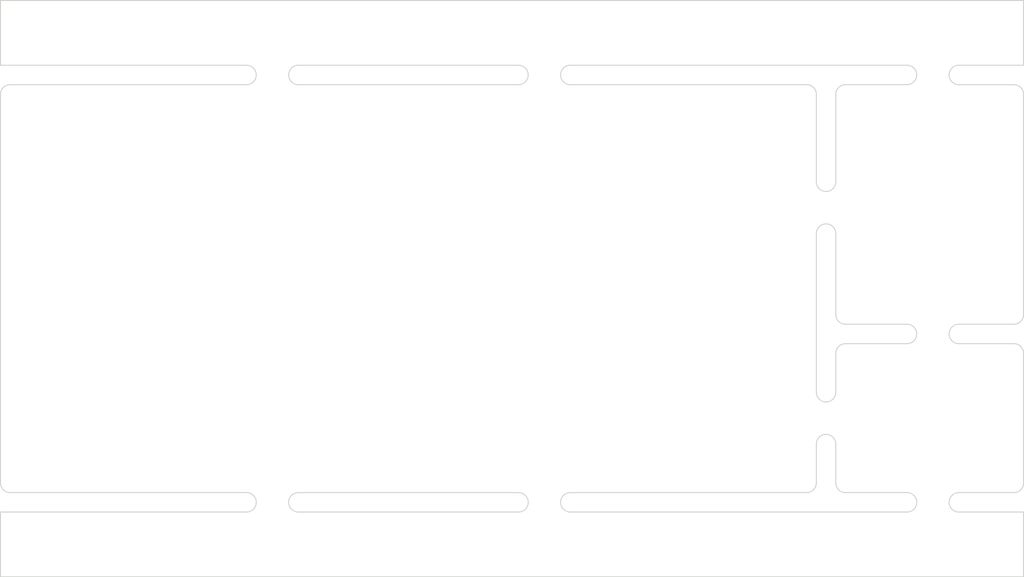
<source format=kicad_pcb>
(kicad_pcb (version 20171130) (host pcbnew "(5.1.6-0-10_14)")

  (general
    (thickness 1.6)
    (drawings 68)
    (tracks 0)
    (zones 0)
    (modules 13)
    (nets 1)
  )

  (page A4)
  (layers
    (0 F.Cu signal)
    (1 GND power)
    (2 PWR power)
    (31 B.Cu signal)
    (32 B.Adhes user)
    (33 F.Adhes user)
    (34 B.Paste user)
    (35 F.Paste user)
    (36 B.SilkS user)
    (37 F.SilkS user)
    (38 B.Mask user)
    (39 F.Mask user)
    (40 Dwgs.User user)
    (41 Cmts.User user)
    (42 Eco1.User user)
    (43 Eco2.User user)
    (44 Edge.Cuts user)
    (45 Margin user)
    (46 B.CrtYd user)
    (47 F.CrtYd user)
    (48 B.Fab user)
    (49 F.Fab user)
  )

  (setup
    (last_trace_width 0.2)
    (trace_clearance 0.2)
    (zone_clearance 0.2032)
    (zone_45_only no)
    (trace_min 0.1524)
    (via_size 0.6)
    (via_drill 0.3)
    (via_min_size 0.5)
    (via_min_drill 0.2)
    (uvia_size 0.3)
    (uvia_drill 0.1)
    (uvias_allowed no)
    (uvia_min_size 0.2)
    (uvia_min_drill 0.1)
    (edge_width 0.15)
    (segment_width 0.2)
    (pcb_text_width 0.125)
    (pcb_text_size 0.5 0.5)
    (mod_edge_width 0.05)
    (mod_text_size 0.6 0.6)
    (mod_text_width 0.125)
    (pad_size 0.6 0.6)
    (pad_drill 0.3)
    (pad_to_mask_clearance 0.045)
    (solder_mask_min_width 0.11)
    (aux_axis_origin 56 50)
    (grid_origin 56 50)
    (visible_elements FFFFF7FF)
    (pcbplotparams
      (layerselection 0x010f8_ffffffff)
      (usegerberextensions true)
      (usegerberattributes false)
      (usegerberadvancedattributes false)
      (creategerberjobfile false)
      (excludeedgelayer true)
      (linewidth 0.100000)
      (plotframeref false)
      (viasonmask false)
      (mode 1)
      (useauxorigin false)
      (hpglpennumber 1)
      (hpglpenspeed 20)
      (hpglpendiameter 15.000000)
      (psnegative false)
      (psa4output false)
      (plotreference true)
      (plotvalue true)
      (plotinvisibletext false)
      (padsonsilk false)
      (subtractmaskfromsilk false)
      (outputformat 1)
      (mirror false)
      (drillshape 0)
      (scaleselection 1)
      (outputdirectory "fab/"))
  )

  (net 0 "")

  (net_class Default "This is the default net class."
    (clearance 0.2)
    (trace_width 0.2)
    (via_dia 0.6)
    (via_drill 0.3)
    (uvia_dia 0.3)
    (uvia_drill 0.1)
  )

  (net_class DISPLAY ""
    (clearance 0.1524)
    (trace_width 0.1524)
    (via_dia 0.508)
    (via_drill 0.254)
    (uvia_dia 0.3)
    (uvia_drill 0.1)
    (diff_pair_width 0.175)
    (diff_pair_gap 0.1524)
  )

  (net_class POWER ""
    (clearance 0.2)
    (trace_width 0.25)
    (via_dia 0.6)
    (via_drill 0.3)
    (uvia_dia 0.3)
    (uvia_drill 0.1)
  )

  (module panelization:mouse-bite-3mm-slot (layer F.Cu) (tedit 60116438) (tstamp 6011C3B2)
    (at 183.5 114.5 90)
    (fp_text reference REF** (at 0 2.35 90) (layer F.SilkS) hide
      (effects (font (size 1 1) (thickness 0.2)))
    )
    (fp_text value mouse-bite-3mm-slot (at 0 -2.3 90) (layer F.Fab)
      (effects (font (size 1 1) (thickness 0.2)))
    )
    (fp_arc (start 4 0) (end 4 -1.5) (angle -180) (layer Dwgs.User) (width 0.15))
    (fp_arc (start -4 0) (end -4 1.5) (angle -180) (layer Dwgs.User) (width 0.15))
    (pad "" np_thru_hole circle (at 0.75 1.25 90) (size 0.5 0.5) (drill 0.5) (layers *.Cu *.Mask))
    (pad "" np_thru_hole circle (at -0.75 1.25 90) (size 0.5 0.5) (drill 0.5) (layers *.Cu *.Mask))
    (pad "" np_thru_hole circle (at -0.75 -1.25 90) (size 0.5 0.5) (drill 0.5) (layers *.Cu *.Mask))
    (pad "" np_thru_hole circle (at 0.75 -1.25 90) (size 0.5 0.5) (drill 0.5) (layers *.Cu *.Mask))
    (pad "" np_thru_hole circle (at 0 1.25 90) (size 0.5 0.5) (drill 0.5) (layers *.Cu *.Mask))
    (pad "" np_thru_hole circle (at 0 -1.25 90) (size 0.5 0.5) (drill 0.5) (layers *.Cu *.Mask))
    (pad "" np_thru_hole circle (at -1.5 1.25 90) (size 0.5 0.5) (drill 0.5) (layers *.Cu *.Mask))
    (pad "" np_thru_hole circle (at -2.25 1.25 90) (size 0.5 0.5) (drill 0.5) (layers *.Cu *.Mask))
    (pad "" np_thru_hole circle (at 1.5 1.25 90) (size 0.5 0.5) (drill 0.5) (layers *.Cu *.Mask))
    (pad "" np_thru_hole circle (at 2.25 1.25 90) (size 0.5 0.5) (drill 0.5) (layers *.Cu *.Mask))
    (pad "" np_thru_hole circle (at 1.5 -1.25 90) (size 0.5 0.5) (drill 0.5) (layers *.Cu *.Mask))
    (pad "" np_thru_hole circle (at 2.25 -1.25 90) (size 0.5 0.5) (drill 0.5) (layers *.Cu *.Mask))
    (pad "" np_thru_hole circle (at -2.25 -1.25 90) (size 0.5 0.5) (drill 0.5) (layers *.Cu *.Mask))
    (pad "" np_thru_hole circle (at -1.5 -1.25 90) (size 0.5 0.5) (drill 0.5) (layers *.Cu *.Mask))
  )

  (module panelization:mouse-bite-3mm-slot (layer F.Cu) (tedit 60116438) (tstamp 6011C3B2)
    (at 183.5 82 90)
    (fp_text reference REF** (at 0 2.35 90) (layer F.SilkS) hide
      (effects (font (size 1 1) (thickness 0.2)))
    )
    (fp_text value mouse-bite-3mm-slot (at 0 -2.3 90) (layer F.Fab)
      (effects (font (size 1 1) (thickness 0.2)))
    )
    (fp_arc (start 4 0) (end 4 -1.5) (angle -180) (layer Dwgs.User) (width 0.15))
    (fp_arc (start -4 0) (end -4 1.5) (angle -180) (layer Dwgs.User) (width 0.15))
    (pad "" np_thru_hole circle (at 0.75 1.25 90) (size 0.5 0.5) (drill 0.5) (layers *.Cu *.Mask))
    (pad "" np_thru_hole circle (at -0.75 1.25 90) (size 0.5 0.5) (drill 0.5) (layers *.Cu *.Mask))
    (pad "" np_thru_hole circle (at -0.75 -1.25 90) (size 0.5 0.5) (drill 0.5) (layers *.Cu *.Mask))
    (pad "" np_thru_hole circle (at 0.75 -1.25 90) (size 0.5 0.5) (drill 0.5) (layers *.Cu *.Mask))
    (pad "" np_thru_hole circle (at 0 1.25 90) (size 0.5 0.5) (drill 0.5) (layers *.Cu *.Mask))
    (pad "" np_thru_hole circle (at 0 -1.25 90) (size 0.5 0.5) (drill 0.5) (layers *.Cu *.Mask))
    (pad "" np_thru_hole circle (at -1.5 1.25 90) (size 0.5 0.5) (drill 0.5) (layers *.Cu *.Mask))
    (pad "" np_thru_hole circle (at -2.25 1.25 90) (size 0.5 0.5) (drill 0.5) (layers *.Cu *.Mask))
    (pad "" np_thru_hole circle (at 1.5 1.25 90) (size 0.5 0.5) (drill 0.5) (layers *.Cu *.Mask))
    (pad "" np_thru_hole circle (at 2.25 1.25 90) (size 0.5 0.5) (drill 0.5) (layers *.Cu *.Mask))
    (pad "" np_thru_hole circle (at 1.5 -1.25 90) (size 0.5 0.5) (drill 0.5) (layers *.Cu *.Mask))
    (pad "" np_thru_hole circle (at 2.25 -1.25 90) (size 0.5 0.5) (drill 0.5) (layers *.Cu *.Mask))
    (pad "" np_thru_hole circle (at -2.25 -1.25 90) (size 0.5 0.5) (drill 0.5) (layers *.Cu *.Mask))
    (pad "" np_thru_hole circle (at -1.5 -1.25 90) (size 0.5 0.5) (drill 0.5) (layers *.Cu *.Mask))
  )

  (module panelization:mouse-bite-3mm-slot (layer F.Cu) (tedit 60116438) (tstamp 6011C3B2)
    (at 98 127.5)
    (fp_text reference REF** (at 0 2.35) (layer F.SilkS) hide
      (effects (font (size 1 1) (thickness 0.2)))
    )
    (fp_text value mouse-bite-3mm-slot (at 0 -2.3) (layer F.Fab)
      (effects (font (size 1 1) (thickness 0.2)))
    )
    (fp_arc (start 4 0) (end 4 -1.5) (angle -180) (layer Dwgs.User) (width 0.15))
    (fp_arc (start -4 0) (end -4 1.5) (angle -180) (layer Dwgs.User) (width 0.15))
    (pad "" np_thru_hole circle (at 0.75 1.25) (size 0.5 0.5) (drill 0.5) (layers *.Cu *.Mask))
    (pad "" np_thru_hole circle (at -0.75 1.25) (size 0.5 0.5) (drill 0.5) (layers *.Cu *.Mask))
    (pad "" np_thru_hole circle (at -0.75 -1.25) (size 0.5 0.5) (drill 0.5) (layers *.Cu *.Mask))
    (pad "" np_thru_hole circle (at 0.75 -1.25) (size 0.5 0.5) (drill 0.5) (layers *.Cu *.Mask))
    (pad "" np_thru_hole circle (at 0 1.25) (size 0.5 0.5) (drill 0.5) (layers *.Cu *.Mask))
    (pad "" np_thru_hole circle (at 0 -1.25) (size 0.5 0.5) (drill 0.5) (layers *.Cu *.Mask))
    (pad "" np_thru_hole circle (at -1.5 1.25) (size 0.5 0.5) (drill 0.5) (layers *.Cu *.Mask))
    (pad "" np_thru_hole circle (at -2.25 1.25) (size 0.5 0.5) (drill 0.5) (layers *.Cu *.Mask))
    (pad "" np_thru_hole circle (at 1.5 1.25) (size 0.5 0.5) (drill 0.5) (layers *.Cu *.Mask))
    (pad "" np_thru_hole circle (at 2.25 1.25) (size 0.5 0.5) (drill 0.5) (layers *.Cu *.Mask))
    (pad "" np_thru_hole circle (at 1.5 -1.25) (size 0.5 0.5) (drill 0.5) (layers *.Cu *.Mask))
    (pad "" np_thru_hole circle (at 2.25 -1.25) (size 0.5 0.5) (drill 0.5) (layers *.Cu *.Mask))
    (pad "" np_thru_hole circle (at -2.25 -1.25) (size 0.5 0.5) (drill 0.5) (layers *.Cu *.Mask))
    (pad "" np_thru_hole circle (at -1.5 -1.25) (size 0.5 0.5) (drill 0.5) (layers *.Cu *.Mask))
  )

  (module panelization:mouse-bite-3mm-slot (layer F.Cu) (tedit 60116438) (tstamp 6011C3B2)
    (at 140 127.5)
    (fp_text reference REF** (at 0 2.35) (layer F.SilkS) hide
      (effects (font (size 1 1) (thickness 0.2)))
    )
    (fp_text value mouse-bite-3mm-slot (at 0 -2.3) (layer F.Fab)
      (effects (font (size 1 1) (thickness 0.2)))
    )
    (fp_arc (start 4 0) (end 4 -1.5) (angle -180) (layer Dwgs.User) (width 0.15))
    (fp_arc (start -4 0) (end -4 1.5) (angle -180) (layer Dwgs.User) (width 0.15))
    (pad "" np_thru_hole circle (at 0.75 1.25) (size 0.5 0.5) (drill 0.5) (layers *.Cu *.Mask))
    (pad "" np_thru_hole circle (at -0.75 1.25) (size 0.5 0.5) (drill 0.5) (layers *.Cu *.Mask))
    (pad "" np_thru_hole circle (at -0.75 -1.25) (size 0.5 0.5) (drill 0.5) (layers *.Cu *.Mask))
    (pad "" np_thru_hole circle (at 0.75 -1.25) (size 0.5 0.5) (drill 0.5) (layers *.Cu *.Mask))
    (pad "" np_thru_hole circle (at 0 1.25) (size 0.5 0.5) (drill 0.5) (layers *.Cu *.Mask))
    (pad "" np_thru_hole circle (at 0 -1.25) (size 0.5 0.5) (drill 0.5) (layers *.Cu *.Mask))
    (pad "" np_thru_hole circle (at -1.5 1.25) (size 0.5 0.5) (drill 0.5) (layers *.Cu *.Mask))
    (pad "" np_thru_hole circle (at -2.25 1.25) (size 0.5 0.5) (drill 0.5) (layers *.Cu *.Mask))
    (pad "" np_thru_hole circle (at 1.5 1.25) (size 0.5 0.5) (drill 0.5) (layers *.Cu *.Mask))
    (pad "" np_thru_hole circle (at 2.25 1.25) (size 0.5 0.5) (drill 0.5) (layers *.Cu *.Mask))
    (pad "" np_thru_hole circle (at 1.5 -1.25) (size 0.5 0.5) (drill 0.5) (layers *.Cu *.Mask))
    (pad "" np_thru_hole circle (at 2.25 -1.25) (size 0.5 0.5) (drill 0.5) (layers *.Cu *.Mask))
    (pad "" np_thru_hole circle (at -2.25 -1.25) (size 0.5 0.5) (drill 0.5) (layers *.Cu *.Mask))
    (pad "" np_thru_hole circle (at -1.5 -1.25) (size 0.5 0.5) (drill 0.5) (layers *.Cu *.Mask))
  )

  (module panelization:mouse-bite-3mm-slot (layer F.Cu) (tedit 60116438) (tstamp 6011C3B2)
    (at 200 127.5)
    (fp_text reference REF** (at 0 2.35) (layer F.SilkS) hide
      (effects (font (size 1 1) (thickness 0.2)))
    )
    (fp_text value mouse-bite-3mm-slot (at 0 -2.3) (layer F.Fab)
      (effects (font (size 1 1) (thickness 0.2)))
    )
    (fp_arc (start 4 0) (end 4 -1.5) (angle -180) (layer Dwgs.User) (width 0.15))
    (fp_arc (start -4 0) (end -4 1.5) (angle -180) (layer Dwgs.User) (width 0.15))
    (pad "" np_thru_hole circle (at 0.75 1.25) (size 0.5 0.5) (drill 0.5) (layers *.Cu *.Mask))
    (pad "" np_thru_hole circle (at -0.75 1.25) (size 0.5 0.5) (drill 0.5) (layers *.Cu *.Mask))
    (pad "" np_thru_hole circle (at -0.75 -1.25) (size 0.5 0.5) (drill 0.5) (layers *.Cu *.Mask))
    (pad "" np_thru_hole circle (at 0.75 -1.25) (size 0.5 0.5) (drill 0.5) (layers *.Cu *.Mask))
    (pad "" np_thru_hole circle (at 0 1.25) (size 0.5 0.5) (drill 0.5) (layers *.Cu *.Mask))
    (pad "" np_thru_hole circle (at 0 -1.25) (size 0.5 0.5) (drill 0.5) (layers *.Cu *.Mask))
    (pad "" np_thru_hole circle (at -1.5 1.25) (size 0.5 0.5) (drill 0.5) (layers *.Cu *.Mask))
    (pad "" np_thru_hole circle (at -2.25 1.25) (size 0.5 0.5) (drill 0.5) (layers *.Cu *.Mask))
    (pad "" np_thru_hole circle (at 1.5 1.25) (size 0.5 0.5) (drill 0.5) (layers *.Cu *.Mask))
    (pad "" np_thru_hole circle (at 2.25 1.25) (size 0.5 0.5) (drill 0.5) (layers *.Cu *.Mask))
    (pad "" np_thru_hole circle (at 1.5 -1.25) (size 0.5 0.5) (drill 0.5) (layers *.Cu *.Mask))
    (pad "" np_thru_hole circle (at 2.25 -1.25) (size 0.5 0.5) (drill 0.5) (layers *.Cu *.Mask))
    (pad "" np_thru_hole circle (at -2.25 -1.25) (size 0.5 0.5) (drill 0.5) (layers *.Cu *.Mask))
    (pad "" np_thru_hole circle (at -1.5 -1.25) (size 0.5 0.5) (drill 0.5) (layers *.Cu *.Mask))
  )

  (module panelization:mouse-bite-3mm-slot (layer F.Cu) (tedit 60116438) (tstamp 6011C3B2)
    (at 200 101.5)
    (fp_text reference REF** (at 0 2.35) (layer F.SilkS) hide
      (effects (font (size 1 1) (thickness 0.2)))
    )
    (fp_text value mouse-bite-3mm-slot (at 0 -2.3) (layer F.Fab)
      (effects (font (size 1 1) (thickness 0.2)))
    )
    (fp_arc (start 4 0) (end 4 -1.5) (angle -180) (layer Dwgs.User) (width 0.15))
    (fp_arc (start -4 0) (end -4 1.5) (angle -180) (layer Dwgs.User) (width 0.15))
    (pad "" np_thru_hole circle (at 0.75 1.25) (size 0.5 0.5) (drill 0.5) (layers *.Cu *.Mask))
    (pad "" np_thru_hole circle (at -0.75 1.25) (size 0.5 0.5) (drill 0.5) (layers *.Cu *.Mask))
    (pad "" np_thru_hole circle (at -0.75 -1.25) (size 0.5 0.5) (drill 0.5) (layers *.Cu *.Mask))
    (pad "" np_thru_hole circle (at 0.75 -1.25) (size 0.5 0.5) (drill 0.5) (layers *.Cu *.Mask))
    (pad "" np_thru_hole circle (at 0 1.25) (size 0.5 0.5) (drill 0.5) (layers *.Cu *.Mask))
    (pad "" np_thru_hole circle (at 0 -1.25) (size 0.5 0.5) (drill 0.5) (layers *.Cu *.Mask))
    (pad "" np_thru_hole circle (at -1.5 1.25) (size 0.5 0.5) (drill 0.5) (layers *.Cu *.Mask))
    (pad "" np_thru_hole circle (at -2.25 1.25) (size 0.5 0.5) (drill 0.5) (layers *.Cu *.Mask))
    (pad "" np_thru_hole circle (at 1.5 1.25) (size 0.5 0.5) (drill 0.5) (layers *.Cu *.Mask))
    (pad "" np_thru_hole circle (at 2.25 1.25) (size 0.5 0.5) (drill 0.5) (layers *.Cu *.Mask))
    (pad "" np_thru_hole circle (at 1.5 -1.25) (size 0.5 0.5) (drill 0.5) (layers *.Cu *.Mask))
    (pad "" np_thru_hole circle (at 2.25 -1.25) (size 0.5 0.5) (drill 0.5) (layers *.Cu *.Mask))
    (pad "" np_thru_hole circle (at -2.25 -1.25) (size 0.5 0.5) (drill 0.5) (layers *.Cu *.Mask))
    (pad "" np_thru_hole circle (at -1.5 -1.25) (size 0.5 0.5) (drill 0.5) (layers *.Cu *.Mask))
  )

  (module panelization:mouse-bite-3mm-slot (layer F.Cu) (tedit 60116438) (tstamp 6011C3B2)
    (at 200 61.5)
    (fp_text reference REF** (at 0 2.35) (layer F.SilkS) hide
      (effects (font (size 1 1) (thickness 0.2)))
    )
    (fp_text value mouse-bite-3mm-slot (at 0 -2.3) (layer F.Fab)
      (effects (font (size 1 1) (thickness 0.2)))
    )
    (fp_arc (start 4 0) (end 4 -1.5) (angle -180) (layer Dwgs.User) (width 0.15))
    (fp_arc (start -4 0) (end -4 1.5) (angle -180) (layer Dwgs.User) (width 0.15))
    (pad "" np_thru_hole circle (at 0.75 1.25) (size 0.5 0.5) (drill 0.5) (layers *.Cu *.Mask))
    (pad "" np_thru_hole circle (at -0.75 1.25) (size 0.5 0.5) (drill 0.5) (layers *.Cu *.Mask))
    (pad "" np_thru_hole circle (at -0.75 -1.25) (size 0.5 0.5) (drill 0.5) (layers *.Cu *.Mask))
    (pad "" np_thru_hole circle (at 0.75 -1.25) (size 0.5 0.5) (drill 0.5) (layers *.Cu *.Mask))
    (pad "" np_thru_hole circle (at 0 1.25) (size 0.5 0.5) (drill 0.5) (layers *.Cu *.Mask))
    (pad "" np_thru_hole circle (at 0 -1.25) (size 0.5 0.5) (drill 0.5) (layers *.Cu *.Mask))
    (pad "" np_thru_hole circle (at -1.5 1.25) (size 0.5 0.5) (drill 0.5) (layers *.Cu *.Mask))
    (pad "" np_thru_hole circle (at -2.25 1.25) (size 0.5 0.5) (drill 0.5) (layers *.Cu *.Mask))
    (pad "" np_thru_hole circle (at 1.5 1.25) (size 0.5 0.5) (drill 0.5) (layers *.Cu *.Mask))
    (pad "" np_thru_hole circle (at 2.25 1.25) (size 0.5 0.5) (drill 0.5) (layers *.Cu *.Mask))
    (pad "" np_thru_hole circle (at 1.5 -1.25) (size 0.5 0.5) (drill 0.5) (layers *.Cu *.Mask))
    (pad "" np_thru_hole circle (at 2.25 -1.25) (size 0.5 0.5) (drill 0.5) (layers *.Cu *.Mask))
    (pad "" np_thru_hole circle (at -2.25 -1.25) (size 0.5 0.5) (drill 0.5) (layers *.Cu *.Mask))
    (pad "" np_thru_hole circle (at -1.5 -1.25) (size 0.5 0.5) (drill 0.5) (layers *.Cu *.Mask))
  )

  (module panelization:mouse-bite-3mm-slot (layer F.Cu) (tedit 60116438) (tstamp 6011C3B2)
    (at 140 61.5)
    (fp_text reference REF** (at 0 2.35) (layer F.SilkS) hide
      (effects (font (size 1 1) (thickness 0.2)))
    )
    (fp_text value mouse-bite-3mm-slot (at 0 -2.3) (layer F.Fab)
      (effects (font (size 1 1) (thickness 0.2)))
    )
    (fp_arc (start 4 0) (end 4 -1.5) (angle -180) (layer Dwgs.User) (width 0.15))
    (fp_arc (start -4 0) (end -4 1.5) (angle -180) (layer Dwgs.User) (width 0.15))
    (pad "" np_thru_hole circle (at 0.75 1.25) (size 0.5 0.5) (drill 0.5) (layers *.Cu *.Mask))
    (pad "" np_thru_hole circle (at -0.75 1.25) (size 0.5 0.5) (drill 0.5) (layers *.Cu *.Mask))
    (pad "" np_thru_hole circle (at -0.75 -1.25) (size 0.5 0.5) (drill 0.5) (layers *.Cu *.Mask))
    (pad "" np_thru_hole circle (at 0.75 -1.25) (size 0.5 0.5) (drill 0.5) (layers *.Cu *.Mask))
    (pad "" np_thru_hole circle (at 0 1.25) (size 0.5 0.5) (drill 0.5) (layers *.Cu *.Mask))
    (pad "" np_thru_hole circle (at 0 -1.25) (size 0.5 0.5) (drill 0.5) (layers *.Cu *.Mask))
    (pad "" np_thru_hole circle (at -1.5 1.25) (size 0.5 0.5) (drill 0.5) (layers *.Cu *.Mask))
    (pad "" np_thru_hole circle (at -2.25 1.25) (size 0.5 0.5) (drill 0.5) (layers *.Cu *.Mask))
    (pad "" np_thru_hole circle (at 1.5 1.25) (size 0.5 0.5) (drill 0.5) (layers *.Cu *.Mask))
    (pad "" np_thru_hole circle (at 2.25 1.25) (size 0.5 0.5) (drill 0.5) (layers *.Cu *.Mask))
    (pad "" np_thru_hole circle (at 1.5 -1.25) (size 0.5 0.5) (drill 0.5) (layers *.Cu *.Mask))
    (pad "" np_thru_hole circle (at 2.25 -1.25) (size 0.5 0.5) (drill 0.5) (layers *.Cu *.Mask))
    (pad "" np_thru_hole circle (at -2.25 -1.25) (size 0.5 0.5) (drill 0.5) (layers *.Cu *.Mask))
    (pad "" np_thru_hole circle (at -1.5 -1.25) (size 0.5 0.5) (drill 0.5) (layers *.Cu *.Mask))
  )

  (module panelization:mouse-bite-3mm-slot (layer F.Cu) (tedit 60116438) (tstamp 6011C39D)
    (at 98 61.5)
    (fp_text reference REF** (at 0 2.35) (layer F.SilkS) hide
      (effects (font (size 1 1) (thickness 0.2)))
    )
    (fp_text value mouse-bite-3mm-slot (at 0 -2.3) (layer F.Fab)
      (effects (font (size 1 1) (thickness 0.2)))
    )
    (fp_arc (start -4 0) (end -4 1.5) (angle -180) (layer Dwgs.User) (width 0.15))
    (fp_arc (start 4 0) (end 4 -1.5) (angle -180) (layer Dwgs.User) (width 0.15))
    (pad "" np_thru_hole circle (at -1.5 -1.25) (size 0.5 0.5) (drill 0.5) (layers *.Cu *.Mask))
    (pad "" np_thru_hole circle (at -2.25 -1.25) (size 0.5 0.5) (drill 0.5) (layers *.Cu *.Mask))
    (pad "" np_thru_hole circle (at 2.25 -1.25) (size 0.5 0.5) (drill 0.5) (layers *.Cu *.Mask))
    (pad "" np_thru_hole circle (at 1.5 -1.25) (size 0.5 0.5) (drill 0.5) (layers *.Cu *.Mask))
    (pad "" np_thru_hole circle (at 2.25 1.25) (size 0.5 0.5) (drill 0.5) (layers *.Cu *.Mask))
    (pad "" np_thru_hole circle (at 1.5 1.25) (size 0.5 0.5) (drill 0.5) (layers *.Cu *.Mask))
    (pad "" np_thru_hole circle (at -2.25 1.25) (size 0.5 0.5) (drill 0.5) (layers *.Cu *.Mask))
    (pad "" np_thru_hole circle (at -1.5 1.25) (size 0.5 0.5) (drill 0.5) (layers *.Cu *.Mask))
    (pad "" np_thru_hole circle (at 0 -1.25) (size 0.5 0.5) (drill 0.5) (layers *.Cu *.Mask))
    (pad "" np_thru_hole circle (at 0 1.25) (size 0.5 0.5) (drill 0.5) (layers *.Cu *.Mask))
    (pad "" np_thru_hole circle (at 0.75 -1.25) (size 0.5 0.5) (drill 0.5) (layers *.Cu *.Mask))
    (pad "" np_thru_hole circle (at -0.75 -1.25) (size 0.5 0.5) (drill 0.5) (layers *.Cu *.Mask))
    (pad "" np_thru_hole circle (at -0.75 1.25) (size 0.5 0.5) (drill 0.5) (layers *.Cu *.Mask))
    (pad "" np_thru_hole circle (at 0.75 1.25) (size 0.5 0.5) (drill 0.5) (layers *.Cu *.Mask))
  )

  (module panelization:4MM_Stencil_Hole (layer F.Cu) (tedit 6011639F) (tstamp 6010ADB0)
    (at 66 134)
    (fp_text reference REF** (at 0 3) (layer F.SilkS) hide
      (effects (font (size 1 1) (thickness 0.15)))
    )
    (fp_text value 4MM_Stencil_Hole (at 0 -3) (layer F.Fab)
      (effects (font (size 1 1) (thickness 0.15)))
    )
    (pad "" np_thru_hole circle (at 0 0) (size 4 4) (drill 4) (layers *.Cu *.Paste *.Mask))
  )

  (module panelization:4MM_Stencil_Hole (layer F.Cu) (tedit 6011639F) (tstamp 6010AD9B)
    (at 204 134)
    (fp_text reference REF** (at 0 3) (layer F.SilkS) hide
      (effects (font (size 1 1) (thickness 0.15)))
    )
    (fp_text value 4MM_Stencil_Hole (at 0 -3) (layer F.Fab)
      (effects (font (size 1 1) (thickness 0.15)))
    )
    (pad "" np_thru_hole circle (at 0 0) (size 4 4) (drill 4) (layers *.Cu *.Paste *.Mask))
  )

  (module panelization:4MM_Stencil_Hole (layer F.Cu) (tedit 6011639F) (tstamp 6010AD86)
    (at 204 55)
    (fp_text reference REF** (at 0 3) (layer F.SilkS) hide
      (effects (font (size 1 1) (thickness 0.15)))
    )
    (fp_text value 4MM_Stencil_Hole (at 0 -3) (layer F.Fab)
      (effects (font (size 1 1) (thickness 0.15)))
    )
    (pad "" np_thru_hole circle (at 0 0) (size 4 4) (drill 4) (layers *.Cu *.Paste *.Mask))
  )

  (module panelization:4MM_Stencil_Hole (layer F.Cu) (tedit 6011639F) (tstamp 6010AD71)
    (at 66 55)
    (fp_text reference REF** (at 0 3) (layer F.SilkS) hide
      (effects (font (size 1 1) (thickness 0.15)))
    )
    (fp_text value 4MM_Stencil_Hole (at 0 -3) (layer F.Fab)
      (effects (font (size 1 1) (thickness 0.15)))
    )
    (pad "" np_thru_hole circle (at 0 0) (size 4 4) (drill 4) (layers *.Cu *.Paste *.Mask))
  )

  (gr_arc (start 94 61.5) (end 94 63) (angle -180) (layer Edge.Cuts) (width 0.15))
  (gr_arc (start 102 61.5) (end 102 60) (angle -180) (layer Edge.Cuts) (width 0.15))
  (gr_arc (start 136 61.5) (end 136 63) (angle -180) (layer Edge.Cuts) (width 0.15))
  (gr_arc (start 144 61.5) (end 144 60) (angle -180) (layer Edge.Cuts) (width 0.15))
  (gr_arc (start 196 61.5) (end 196 63) (angle -180) (layer Edge.Cuts) (width 0.15))
  (gr_arc (start 204 61.5) (end 204 60) (angle -180) (layer Edge.Cuts) (width 0.15))
  (gr_arc (start 183.5 78) (end 182 78) (angle -180) (layer Edge.Cuts) (width 0.15))
  (gr_arc (start 183.5 86) (end 185 86) (angle -180) (layer Edge.Cuts) (width 0.15))
  (gr_arc (start 196 101.5) (end 196 103) (angle -180) (layer Edge.Cuts) (width 0.15))
  (gr_arc (start 204 101.5) (end 204 100) (angle -180) (layer Edge.Cuts) (width 0.15))
  (gr_arc (start 204 127.5) (end 204 126) (angle -180) (layer Edge.Cuts) (width 0.15))
  (gr_line (start 144 63) (end 180.5 63) (layer Edge.Cuts) (width 0.15) (tstamp 6011C4D9))
  (gr_line (start 196 60) (end 144 60) (layer Edge.Cuts) (width 0.15))
  (gr_line (start 214 60) (end 204 60) (layer Edge.Cuts) (width 0.15))
  (gr_line (start 204 63) (end 212.5 63) (layer Edge.Cuts) (width 0.15) (tstamp 6011C4D7))
  (gr_line (start 186.5 63) (end 196 63) (layer Edge.Cuts) (width 0.15))
  (gr_line (start 182 78) (end 182 64.5) (layer Edge.Cuts) (width 0.15) (tstamp 6011C4D6))
  (gr_line (start 185 78) (end 185 64.5) (layer Edge.Cuts) (width 0.15) (tstamp 6011C4D5))
  (gr_line (start 182 124.5) (end 182 118.5) (layer Edge.Cuts) (width 0.15))
  (gr_line (start 185 124.5) (end 185 118.5) (layer Edge.Cuts) (width 0.15))
  (gr_line (start 185 110.5) (end 185 104.5) (layer Edge.Cuts) (width 0.15) (tstamp 6011C4D4))
  (gr_line (start 182 86) (end 182 110.5) (layer Edge.Cuts) (width 0.15))
  (gr_line (start 185 98.5) (end 185 86) (layer Edge.Cuts) (width 0.15))
  (gr_line (start 186.5 103) (end 196 103) (layer Edge.Cuts) (width 0.15))
  (gr_line (start 196 100) (end 186.5 100) (layer Edge.Cuts) (width 0.15) (tstamp 6011C4D2))
  (gr_line (start 204 100) (end 212.5 100) (layer Edge.Cuts) (width 0.15) (tstamp 6011C4D1))
  (gr_line (start 204 103) (end 212.5 103) (layer Edge.Cuts) (width 0.15) (tstamp 6011C4D0))
  (gr_line (start 204 129) (end 214 129) (layer Edge.Cuts) (width 0.15) (tstamp 6011C4CF))
  (gr_line (start 204 126) (end 212.5 126) (layer Edge.Cuts) (width 0.15) (tstamp 6011C4CE))
  (gr_line (start 186.5 126) (end 196 126) (layer Edge.Cuts) (width 0.15))
  (gr_line (start 144 129) (end 196 129) (layer Edge.Cuts) (width 0.15))
  (gr_line (start 144 126) (end 180.5 126) (layer Edge.Cuts) (width 0.15) (tstamp 6011C4CD))
  (gr_line (start 136 126) (end 102 126) (layer Edge.Cuts) (width 0.15))
  (gr_line (start 102 129) (end 136 129) (layer Edge.Cuts) (width 0.15))
  (gr_line (start 94 129) (end 56 129) (layer Edge.Cuts) (width 0.15) (tstamp 6011C4CC))
  (gr_line (start 57.5 126) (end 94 126) (layer Edge.Cuts) (width 0.15))
  (gr_line (start 136 60) (end 102 60) (layer Edge.Cuts) (width 0.15))
  (gr_line (start 102 63) (end 136 63) (layer Edge.Cuts) (width 0.15))
  (gr_line (start 94 60) (end 56 60) (layer Edge.Cuts) (width 0.15) (tstamp 6011C498))
  (gr_line (start 57.5 63) (end 94 63) (layer Edge.Cuts) (width 0.15))
  (gr_arc (start 94 127.5) (end 94 129) (angle -180) (layer Edge.Cuts) (width 0.15))
  (gr_arc (start 102 127.5) (end 102 126) (angle -180) (layer Edge.Cuts) (width 0.15))
  (gr_arc (start 136 127.5) (end 136 129) (angle -180) (layer Edge.Cuts) (width 0.15))
  (gr_arc (start 144 127.5) (end 144 126) (angle -180) (layer Edge.Cuts) (width 0.15))
  (gr_arc (start 196 127.5) (end 196 129) (angle -180) (layer Edge.Cuts) (width 0.15))
  (gr_arc (start 183.5 118.5) (end 185 118.5) (angle -180) (layer Edge.Cuts) (width 0.15))
  (gr_arc (start 183.5 110.5) (end 182 110.5) (angle -180) (layer Edge.Cuts) (width 0.15))
  (gr_arc (start 186.5 104.5) (end 186.5 103) (angle -90) (layer Edge.Cuts) (width 0.15))
  (gr_arc (start 212.5 104.5) (end 214 104.5) (angle -90) (layer Edge.Cuts) (width 0.15))
  (gr_arc (start 212.5 124.5) (end 212.5 126) (angle -90) (layer Edge.Cuts) (width 0.15))
  (gr_arc (start 186.5 124.5) (end 185 124.5) (angle -90) (layer Edge.Cuts) (width 0.15))
  (gr_line (start 214 104.5) (end 214 124.5) (layer Edge.Cuts) (width 0.15))
  (gr_line (start 214 50) (end 56 50) (layer Edge.Cuts) (width 0.15) (tstamp 6010A889))
  (gr_line (start 56 60) (end 56 50) (layer Edge.Cuts) (width 0.15) (tstamp 6010A824))
  (gr_line (start 214 50) (end 214 60) (layer Edge.Cuts) (width 0.15) (tstamp 6010A803))
  (gr_line (start 56 139) (end 56 129) (layer Edge.Cuts) (width 0.15))
  (gr_line (start 214 139) (end 56 139) (layer Edge.Cuts) (width 0.15))
  (gr_line (start 214 129) (end 214 139) (layer Edge.Cuts) (width 0.15))
  (gr_arc (start 186.5 98.5) (end 185 98.5) (angle -90) (layer Edge.Cuts) (width 0.15) (tstamp 6010A75D))
  (gr_arc (start 186.5 64.5) (end 186.5 63) (angle -90) (layer Edge.Cuts) (width 0.15) (tstamp 6010A760))
  (gr_line (start 214 64.5) (end 214 98.5) (layer Edge.Cuts) (width 0.15) (tstamp 6010A763))
  (gr_arc (start 212.5 64.5) (end 214 64.5) (angle -90) (layer Edge.Cuts) (width 0.15) (tstamp 6010A769))
  (gr_arc (start 212.5 98.5) (end 212.5 100) (angle -90) (layer Edge.Cuts) (width 0.15) (tstamp 6010A75A))
  (gr_arc (start 57.5 64.5) (end 57.5 63) (angle -90) (layer Edge.Cuts) (width 0.15) (tstamp 6011016D))
  (gr_line (start 56 124.5) (end 56 64.5) (layer Edge.Cuts) (width 0.15) (tstamp 6011016A))
  (gr_arc (start 180.5 64.5) (end 182 64.5) (angle -90) (layer Edge.Cuts) (width 0.15) (tstamp 60110168))
  (gr_arc (start 180.5 124.5) (end 180.5 126) (angle -90) (layer Edge.Cuts) (width 0.15) (tstamp 60110167))
  (gr_arc (start 57.5 124.5) (end 56 124.5) (angle -90) (layer Edge.Cuts) (width 0.15) (tstamp 60110166))

)

</source>
